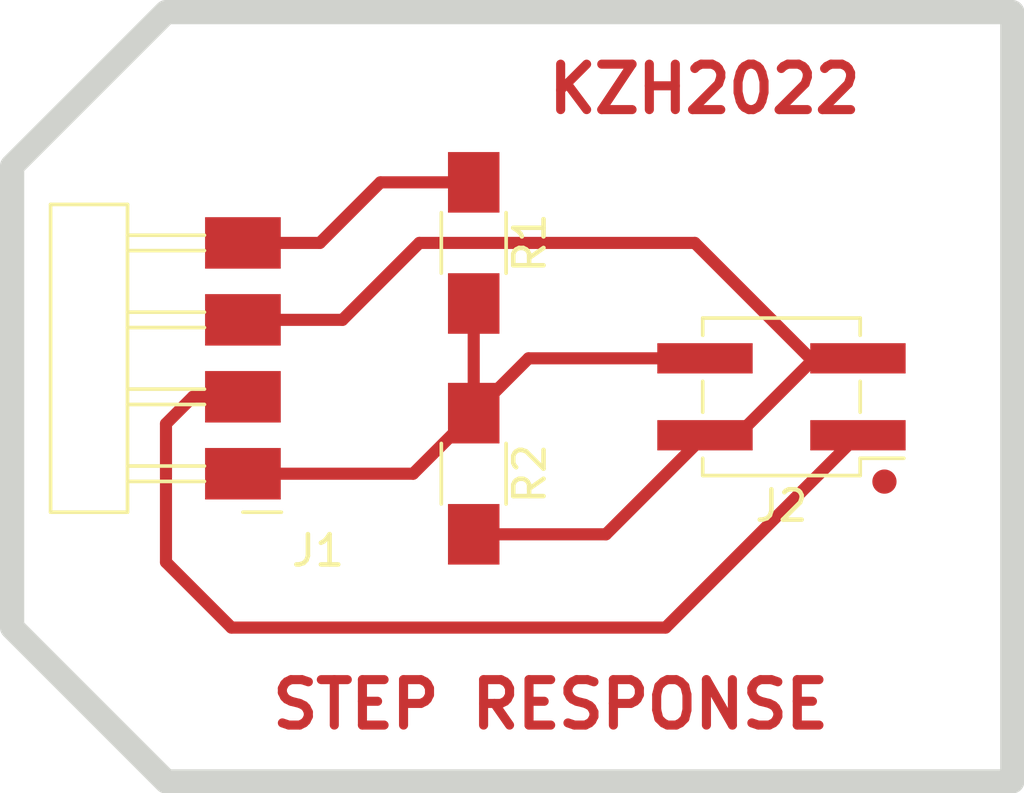
<source format=kicad_pcb>
(kicad_pcb (version 20211014) (generator pcbnew)
  (layers (0 "F.Cu" signal) (31 "B.Cu" signal) (34 "B.Paste" user) (35 "F.Paste" user) (36 "B.SilkS" user "B.Silkscreen") (37 "F.SilkS" user "F.Silkscreen") (38 "B.Mask" user) (39 "F.Mask" user) (44 "Edge.Cuts" user))
  (net 0 "")
  (net 1 "/Rx")
  (net 2 "/Tx")
  (net 3 "GND")
  (net 4 "VCC")
  (footprint "fab:R_1206" (layer "F.Cu") (at 139.7 83.82 -90)
    (fp_text reference "R2" (at 0 -1.85 90) (layer "F.SilkS"))
    (fp_text value "1M")
    (fp_line (start 1 1.07) (end -1 1.07) (layer "F.SilkS") (width 0.12))
    (fp_line (start -1 -1.07) (end 1 -1.07) (layer "F.SilkS") (width 0.12))
    (pad "1" smd rect locked (at -2 0 270) (size 2 1.7) (layers "F.Cu" "F.Paste" "F.Mask") (net 1 "/Rx"))
    (pad "2" smd rect locked (at 2 0 270) (size 2 1.7) (layers "F.Cu" "F.Paste" "F.Mask") (net 3 "GND"))
  )
  (footprint "fab:PinHeader_2x02_P2.54mm_Vertical_SMD" (layer "F.Cu") (at 149.86 81.28 180)
    (fp_text reference "J2" (at 0 -3.6) (layer "F.SilkS"))
    (fp_text value "2x2male")
    (fp_circle (center -3.4 -2.8) (end -3.1 -2.8) (layer "F.Cu") (width 0.2) (fill solid))
    (fp_line (start -2.6 2.6) (end 2.6 2.6) (layer "F.SilkS") (width 0.12))
    (fp_line (start -4.04 -2.03) (end -2.6 -2.03) (layer "F.SilkS") (width 0.12))
    (fp_line (start -2.6 2.03) (end -2.6 2.6) (layer "F.SilkS") (width 0.12))
    (fp_line (start 2.6 -2.6) (end 2.6 -2.03) (layer "F.SilkS") (width 0.12))
    (fp_line (start -2.6 -0.51) (end -2.6 0.51) (layer "F.SilkS") (width 0.12))
    (fp_line (start 2.6 -0.51) (end 2.6 0.51) (layer "F.SilkS") (width 0.12))
    (fp_line (start -2.6 -2.6) (end -2.6 -2.03) (layer "F.SilkS") (width 0.12))
    (fp_line (start 2.6 2.03) (end 2.6 2.6) (layer "F.SilkS") (width 0.12))
    (fp_line (start -2.6 -2.6) (end 2.6 -2.6) (layer "F.SilkS") (width 0.12))
    (pad "1" smd rect (at -2.525 -1.27 180) (size 3.15 1) (layers "F.Cu" "F.Paste" "F.Mask") (net 2 "/Tx"))
    (pad "2" smd rect (at 2.525 -1.27 180) (size 3.15 1) (layers "F.Cu" "F.Paste" "F.Mask") (net 3 "GND"))
    (pad "3" smd rect (at -2.525 1.27 180) (size 3.15 1) (layers "F.Cu" "F.Paste" "F.Mask") (net 3 "GND"))
    (pad "4" smd rect (at 2.525 1.27 180) (size 3.15 1) (layers "F.Cu" "F.Paste" "F.Mask") (net 1 "/Rx"))
  )
  (footprint "fab:PinHeader_1x04_P2.54mm_Horizontal_SMD" (layer "F.Cu") (at 132.08 83.82 180)
    (fp_text reference "J1" (at -1.524 -2.54) (layer "F.SilkS") (effects (justify left)))
    (fp_text value "1x4male")
    (fp_line (start 3.81 7.366) (end 1.27 7.366) (layer "F.SilkS") (width 0.12))
    (fp_line (start 3.81 -0.254) (end 1.27 -0.254) (layer "F.SilkS") (width 0.12))
    (fp_line (start 3.81 8.89) (end 3.81 -1.27) (layer "F.SilkS") (width 0.12))
    (fp_line (start -1.27 -1.27) (end 0 -1.27) (layer "F.SilkS") (width 0.12))
    (fp_line (start 3.81 0.254) (end 1.27 0.254) (layer "F.SilkS") (width 0.12))
    (fp_line (start 3.81 -1.27) (end 6.35 -1.27) (layer "F.SilkS") (width 0.12))
    (fp_line (start 6.35 -1.27) (end 6.35 8.89) (layer "F.SilkS") (width 0.12))
    (fp_line (start 3.81 2.794) (end 1.27 2.794) (layer "F.SilkS") (width 0.12))
    (fp_line (start 3.81 2.286) (end 1.27 2.286) (layer "F.SilkS") (width 0.12))
    (fp_line (start 3.81 4.826) (end 1.27 4.826) (layer "F.SilkS") (width 0.12))
    (fp_line (start 6.35 8.89) (end 3.81 8.89) (layer "F.SilkS") (width 0.12))
    (fp_line (start 3.81 7.874) (end 1.27 7.874) (layer "F.SilkS") (width 0.12))
    (fp_line (start 3.81 5.334) (end 1.27 5.334) (layer "F.SilkS") (width 0.12))
    (pad "1" smd rect locked (at 0 0 180) (size 2.5 1.7) (layers "F.Cu" "F.Paste" "F.Mask") (net 1 "/Rx"))
    (pad "2" smd rect locked (at 0 2.54 180) (size 2.5 1.7) (layers "F.Cu" "F.Paste" "F.Mask") (net 2 "/Tx"))
    (pad "3" smd rect locked (at 0 5.08 180) (size 2.5 1.7) (layers "F.Cu" "F.Paste" "F.Mask") (net 3 "GND"))
    (pad "4" smd rect locked (at 0 7.62 180) (size 2.5 1.7) (layers "F.Cu" "F.Paste" "F.Mask") (net 4 "VCC"))
  )
  (footprint "fab:R_1206" (layer "F.Cu") (at 139.7 76.2 -90)
    (fp_text reference "R1" (at 0 -1.85 90) (layer "F.SilkS"))
    (fp_text value "1M")
    (fp_line (start 1 1.07) (end -1 1.07) (layer "F.SilkS") (width 0.12))
    (fp_line (start -1 -1.07) (end 1 -1.07) (layer "F.SilkS") (width 0.12))
    (pad "1" smd rect locked (at -2 0 270) (size 2 1.7) (layers "F.Cu" "F.Paste" "F.Mask") (net 4 "VCC"))
    (pad "2" smd rect locked (at 2 0 270) (size 2 1.7) (layers "F.Cu" "F.Paste" "F.Mask") (net 1 "/Rx"))
  )
  (gr_poly (pts (xy 157.48 93.98) (xy 129.54 93.98) (xy 124.46 88.9) (xy 124.46 73.66) (xy 129.54 68.58) (xy 157.48 68.58)) (layer "Edge.Cuts") (width 0.8) (fill none))
  (gr_text "STEP RESPONSE" (at 142.24 91.44) (layer "F.Cu") (effects (font (size 1.5 1.5) (thickness 0.3))))
  (gr_text "KZH2022" (at 147.32 71.12) (layer "F.Cu") (effects (font (size 1.5 1.5) (thickness 0.3))))
  (segment (start 141.51 80.01) (end 139.7 81.82) (width 0.4) (layer "F.Cu") (net 1))
  (segment (start 137.7 83.82) (end 139.7 81.82) (width 0.4) (layer "F.Cu") (net 1))
  (segment (start 139.7 78.2) (end 139.7 81.82) (width 0.4) (layer "F.Cu") (net 1))
  (segment (start 147.335 80.01) (end 141.51 80.01) (width 0.4) (layer "F.Cu") (net 1))
  (segment (start 132.08 83.82) (end 137.7 83.82) (width 0.4) (layer "F.Cu") (net 1))
  (segment (start 130.43 81.28) (end 129.54 82.17) (width 0.4) (layer "F.Cu") (net 2))
  (segment (start 146.035 88.9) (end 152.385 82.55) (width 0.4) (layer "F.Cu") (net 2))
  (segment (start 131.700489 88.9) (end 146.035 88.9) (width 0.4) (layer "F.Cu") (net 2))
  (segment (start 129.54 86.739511) (end 131.700489 88.9) (width 0.4) (layer "F.Cu") (net 2))
  (segment (start 129.54 82.17) (end 129.54 86.739511) (width 0.4) (layer "F.Cu") (net 2))
  (segment (start 132.08 81.28) (end 130.43 81.28) (width 0.4) (layer "F.Cu") (net 2))
  (segment (start 150.95 80.01) (end 152.385 80.01) (width 0.4) (layer "F.Cu") (net 3))
  (segment (start 137.905489 76.2) (end 146.99875 76.2) (width 0.4) (layer "F.Cu") (net 3))
  (segment (start 146.99875 76.2) (end 150.80875 80.01) (width 0.4) (layer "F.Cu") (net 3))
  (segment (start 147.335 82.55) (end 148.41 82.55) (width 0.4) (layer "F.Cu") (net 3))
  (segment (start 148.41 82.55) (end 150.95 80.01) (width 0.4) (layer "F.Cu") (net 3))
  (segment (start 139.7 85.82) (end 144.065 85.82) (width 0.4) (layer "F.Cu") (net 3))
  (segment (start 135.365489 78.74) (end 137.905489 76.2) (width 0.4) (layer "F.Cu") (net 3))
  (segment (start 144.065 85.82) (end 147.335 82.55) (width 0.4) (layer "F.Cu") (net 3))
  (segment (start 150.80875 80.01) (end 152.385 80.01) (width 0.4) (layer "F.Cu") (net 3))
  (segment (start 132.08 78.74) (end 135.365489 78.74) (width 0.4) (layer "F.Cu") (net 3))
  (segment (start 132.08 76.2) (end 134.62 76.2) (width 0.4) (layer "F.Cu") (net 4))
  (segment (start 134.62 76.2) (end 136.62 74.2) (width 0.4) (layer "F.Cu") (net 4))
  (segment (start 136.62 74.2) (end 139.7 74.2) (width 0.4) (layer "F.Cu") (net 4))
)
</source>
